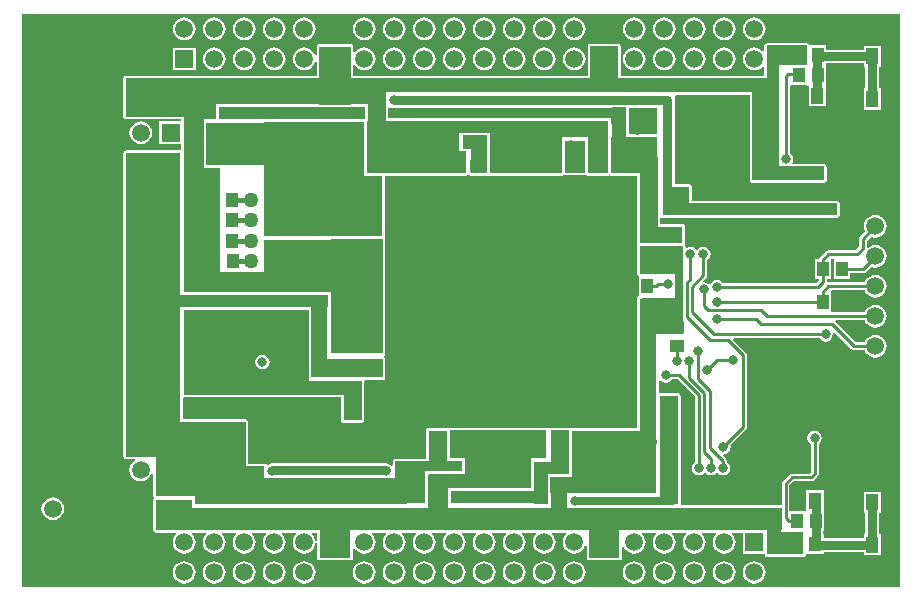
<source format=gbl>
G04*
G04 #@! TF.GenerationSoftware,Altium Limited,Altium Designer,20.0.13 (296)*
G04*
G04 Layer_Physical_Order=2*
G04 Layer_Color=16711680*
%FSLAX25Y25*%
%MOIN*%
G70*
G01*
G75*
%ADD13C,0.01000*%
%ADD17R,0.03937X0.05118*%
%ADD22R,0.04724X0.05512*%
%ADD23R,0.05512X0.04331*%
%ADD24R,0.04331X0.05512*%
%ADD25R,0.05118X0.03937*%
%ADD48C,0.02000*%
%ADD49C,0.02500*%
%ADD50C,0.03000*%
%ADD52C,0.04000*%
%ADD53C,0.01500*%
%ADD109C,0.05906*%
%ADD110R,0.05906X0.05906*%
%ADD111R,0.05906X0.05906*%
%ADD112C,0.03200*%
%ADD113C,0.05000*%
%ADD114R,0.04331X0.06693*%
%ADD115R,0.06693X0.04331*%
%ADD116R,0.04134X0.05512*%
%ADD117R,0.09400X0.15600*%
%ADD118R,0.10624X0.19400*%
%ADD119R,0.04900X0.15600*%
%ADD120R,0.12200X0.07700*%
%ADD121R,0.10300X0.16700*%
%ADD122R,0.12300X0.10400*%
%ADD123R,2.08600X0.07500*%
%ADD124R,0.05600X0.65100*%
%ADD125R,0.06700X0.15800*%
%ADD126R,0.34400X0.04700*%
%ADD127R,0.10200X0.14100*%
%ADD128R,0.70900X0.08600*%
%ADD129R,0.18100X0.03400*%
%ADD130R,0.06300X0.13800*%
%ADD131R,0.28100X0.21100*%
%ADD132R,0.16600X0.05700*%
%ADD133R,0.05700X0.15100*%
%ADD134R,0.32400X0.04300*%
%ADD135R,0.04600X0.13900*%
%ADD136R,0.06100X0.14600*%
%ADD137R,0.10700X0.04000*%
%ADD138R,0.22100X0.10000*%
%ADD139R,0.32400X0.09600*%
%ADD140R,0.83400X0.83400*%
%ADD141R,0.10900X0.58300*%
%ADD142R,0.29900X0.24900*%
%ADD143R,0.25600X0.07200*%
%ADD144R,0.18300X1.01200*%
%ADD145R,0.47300X0.13500*%
%ADD146R,0.08400X0.26100*%
%ADD147R,0.06000X0.11800*%
%ADD148R,0.30500X0.21900*%
%ADD149R,0.59200X0.04700*%
%ADD150R,0.41500X0.06300*%
%ADD151R,0.23900X0.06400*%
%ADD152R,0.67300X0.03900*%
%ADD153R,0.05600X0.27600*%
%ADD154R,0.17200X0.38300*%
%ADD155R,0.66200X0.06900*%
%ADD156R,0.11900X0.41600*%
%ADD157R,0.39100X0.17600*%
%ADD158R,0.06600X0.71400*%
%ADD159R,0.23100X0.12100*%
%ADD160R,0.86800X0.08900*%
%ADD161R,1.47800X0.04900*%
%ADD162R,0.06400X0.31700*%
%ADD163R,0.33100X0.07200*%
%ADD164R,0.48700X0.04000*%
%ADD165R,0.10800X0.13700*%
%ADD166R,0.52900X0.14300*%
%ADD167R,0.39500X0.20100*%
%ADD168R,0.33600X0.38100*%
%ADD169R,0.30800X0.17600*%
%ADD170R,0.24400X0.17600*%
%ADD171R,0.06700X0.17600*%
%ADD172R,0.39700X0.05700*%
%ADD173R,0.06900X0.10900*%
%ADD174R,0.05300X0.12600*%
%ADD175R,0.10800X0.23000*%
%ADD176R,0.80400X0.04100*%
%ADD177R,0.08100X0.04500*%
%ADD178R,0.05100X0.21900*%
%ADD179R,0.15600X0.12000*%
%ADD180R,0.06000X0.28800*%
%ADD181R,0.14300X0.05700*%
%ADD182R,0.13200X0.09200*%
%ADD183R,0.23000X0.12500*%
%ADD184R,0.09600X0.09100*%
%ADD185R,0.24500X0.28600*%
%ADD186R,0.08900X0.09600*%
%ADD187R,0.03100X0.38900*%
%ADD188R,0.79200X0.03500*%
%ADD189R,0.18800X0.34800*%
%ADD190R,0.68800X0.06100*%
%ADD191R,0.08900X0.34000*%
%ADD192R,0.24100X0.04500*%
%ADD193R,0.04000X0.44800*%
%ADD194R,0.13300X0.06500*%
%ADD195R,0.06100X0.36200*%
%ADD196R,0.02600X0.29400*%
%ADD197R,0.13700X0.11900*%
%ADD198R,0.58100X0.04000*%
G36*
X293987Y1476D02*
X1378D01*
Y192224D01*
X293987D01*
Y1476D01*
D02*
G37*
%LPC*%
G36*
X245512Y191220D02*
X244535Y191092D01*
X243626Y190715D01*
X242844Y190115D01*
X242245Y189334D01*
X241868Y188424D01*
X241739Y187448D01*
X241868Y186472D01*
X242245Y185562D01*
X242844Y184781D01*
X243626Y184181D01*
X244535Y183804D01*
X245512Y183676D01*
X246488Y183804D01*
X247398Y184181D01*
X248179Y184781D01*
X248779Y185562D01*
X249156Y186472D01*
X249284Y187448D01*
X249156Y188424D01*
X248779Y189334D01*
X248179Y190115D01*
X247398Y190715D01*
X246488Y191092D01*
X245512Y191220D01*
D02*
G37*
G36*
X235512D02*
X234535Y191092D01*
X233626Y190715D01*
X232844Y190115D01*
X232245Y189334D01*
X231868Y188424D01*
X231739Y187448D01*
X231868Y186472D01*
X232245Y185562D01*
X232844Y184781D01*
X233626Y184181D01*
X234535Y183804D01*
X235512Y183676D01*
X236488Y183804D01*
X237398Y184181D01*
X238179Y184781D01*
X238779Y185562D01*
X239156Y186472D01*
X239284Y187448D01*
X239156Y188424D01*
X238779Y189334D01*
X238179Y190115D01*
X237398Y190715D01*
X236488Y191092D01*
X235512Y191220D01*
D02*
G37*
G36*
X225512D02*
X224535Y191092D01*
X223626Y190715D01*
X222844Y190115D01*
X222245Y189334D01*
X221868Y188424D01*
X221739Y187448D01*
X221868Y186472D01*
X222245Y185562D01*
X222844Y184781D01*
X223626Y184181D01*
X224535Y183804D01*
X225512Y183676D01*
X226488Y183804D01*
X227398Y184181D01*
X228179Y184781D01*
X228779Y185562D01*
X229156Y186472D01*
X229284Y187448D01*
X229156Y188424D01*
X228779Y189334D01*
X228179Y190115D01*
X227398Y190715D01*
X226488Y191092D01*
X225512Y191220D01*
D02*
G37*
G36*
X215512D02*
X214535Y191092D01*
X213626Y190715D01*
X212844Y190115D01*
X212245Y189334D01*
X211868Y188424D01*
X211739Y187448D01*
X211868Y186472D01*
X212245Y185562D01*
X212844Y184781D01*
X213626Y184181D01*
X214535Y183804D01*
X215512Y183676D01*
X216488Y183804D01*
X217398Y184181D01*
X218179Y184781D01*
X218779Y185562D01*
X219156Y186472D01*
X219284Y187448D01*
X219156Y188424D01*
X218779Y189334D01*
X218179Y190115D01*
X217398Y190715D01*
X216488Y191092D01*
X215512Y191220D01*
D02*
G37*
G36*
X205512D02*
X204535Y191092D01*
X203626Y190715D01*
X202844Y190115D01*
X202245Y189334D01*
X201868Y188424D01*
X201739Y187448D01*
X201868Y186472D01*
X202245Y185562D01*
X202844Y184781D01*
X203626Y184181D01*
X204535Y183804D01*
X205512Y183676D01*
X206488Y183804D01*
X207398Y184181D01*
X208179Y184781D01*
X208779Y185562D01*
X209156Y186472D01*
X209284Y187448D01*
X209156Y188424D01*
X208779Y189334D01*
X208179Y190115D01*
X207398Y190715D01*
X206488Y191092D01*
X205512Y191220D01*
D02*
G37*
G36*
X185512D02*
X184535Y191092D01*
X183626Y190715D01*
X182844Y190115D01*
X182245Y189334D01*
X181868Y188424D01*
X181739Y187448D01*
X181868Y186472D01*
X182245Y185562D01*
X182844Y184781D01*
X183626Y184181D01*
X184535Y183804D01*
X185512Y183676D01*
X186488Y183804D01*
X187398Y184181D01*
X188179Y184781D01*
X188779Y185562D01*
X189156Y186472D01*
X189284Y187448D01*
X189156Y188424D01*
X188779Y189334D01*
X188179Y190115D01*
X187398Y190715D01*
X186488Y191092D01*
X185512Y191220D01*
D02*
G37*
G36*
X175512D02*
X174535Y191092D01*
X173626Y190715D01*
X172844Y190115D01*
X172245Y189334D01*
X171868Y188424D01*
X171739Y187448D01*
X171868Y186472D01*
X172245Y185562D01*
X172844Y184781D01*
X173626Y184181D01*
X174535Y183804D01*
X175512Y183676D01*
X176488Y183804D01*
X177398Y184181D01*
X178179Y184781D01*
X178779Y185562D01*
X179156Y186472D01*
X179284Y187448D01*
X179156Y188424D01*
X178779Y189334D01*
X178179Y190115D01*
X177398Y190715D01*
X176488Y191092D01*
X175512Y191220D01*
D02*
G37*
G36*
X165512D02*
X164535Y191092D01*
X163626Y190715D01*
X162844Y190115D01*
X162245Y189334D01*
X161868Y188424D01*
X161739Y187448D01*
X161868Y186472D01*
X162245Y185562D01*
X162844Y184781D01*
X163626Y184181D01*
X164535Y183804D01*
X165512Y183676D01*
X166488Y183804D01*
X167398Y184181D01*
X168179Y184781D01*
X168779Y185562D01*
X169156Y186472D01*
X169284Y187448D01*
X169156Y188424D01*
X168779Y189334D01*
X168179Y190115D01*
X167398Y190715D01*
X166488Y191092D01*
X165512Y191220D01*
D02*
G37*
G36*
X155512D02*
X154535Y191092D01*
X153626Y190715D01*
X152844Y190115D01*
X152245Y189334D01*
X151868Y188424D01*
X151739Y187448D01*
X151868Y186472D01*
X152245Y185562D01*
X152844Y184781D01*
X153626Y184181D01*
X154535Y183804D01*
X155512Y183676D01*
X156488Y183804D01*
X157398Y184181D01*
X158179Y184781D01*
X158779Y185562D01*
X159156Y186472D01*
X159284Y187448D01*
X159156Y188424D01*
X158779Y189334D01*
X158179Y190115D01*
X157398Y190715D01*
X156488Y191092D01*
X155512Y191220D01*
D02*
G37*
G36*
X145512D02*
X144535Y191092D01*
X143626Y190715D01*
X142844Y190115D01*
X142245Y189334D01*
X141868Y188424D01*
X141739Y187448D01*
X141868Y186472D01*
X142245Y185562D01*
X142844Y184781D01*
X143626Y184181D01*
X144535Y183804D01*
X145512Y183676D01*
X146488Y183804D01*
X147398Y184181D01*
X148179Y184781D01*
X148779Y185562D01*
X149156Y186472D01*
X149284Y187448D01*
X149156Y188424D01*
X148779Y189334D01*
X148179Y190115D01*
X147398Y190715D01*
X146488Y191092D01*
X145512Y191220D01*
D02*
G37*
G36*
X135512D02*
X134535Y191092D01*
X133626Y190715D01*
X132844Y190115D01*
X132245Y189334D01*
X131868Y188424D01*
X131739Y187448D01*
X131868Y186472D01*
X132245Y185562D01*
X132844Y184781D01*
X133626Y184181D01*
X134535Y183804D01*
X135512Y183676D01*
X136488Y183804D01*
X137398Y184181D01*
X138179Y184781D01*
X138779Y185562D01*
X139156Y186472D01*
X139284Y187448D01*
X139156Y188424D01*
X138779Y189334D01*
X138179Y190115D01*
X137398Y190715D01*
X136488Y191092D01*
X135512Y191220D01*
D02*
G37*
G36*
X125512D02*
X124535Y191092D01*
X123626Y190715D01*
X122844Y190115D01*
X122245Y189334D01*
X121868Y188424D01*
X121739Y187448D01*
X121868Y186472D01*
X122245Y185562D01*
X122844Y184781D01*
X123626Y184181D01*
X124535Y183804D01*
X125512Y183676D01*
X126488Y183804D01*
X127398Y184181D01*
X128179Y184781D01*
X128779Y185562D01*
X129156Y186472D01*
X129284Y187448D01*
X129156Y188424D01*
X128779Y189334D01*
X128179Y190115D01*
X127398Y190715D01*
X126488Y191092D01*
X125512Y191220D01*
D02*
G37*
G36*
X115512D02*
X114535Y191092D01*
X113626Y190715D01*
X112844Y190115D01*
X112245Y189334D01*
X111868Y188424D01*
X111739Y187448D01*
X111868Y186472D01*
X112245Y185562D01*
X112844Y184781D01*
X113626Y184181D01*
X114535Y183804D01*
X115512Y183676D01*
X116488Y183804D01*
X117398Y184181D01*
X118179Y184781D01*
X118779Y185562D01*
X119156Y186472D01*
X119284Y187448D01*
X119156Y188424D01*
X118779Y189334D01*
X118179Y190115D01*
X117398Y190715D01*
X116488Y191092D01*
X115512Y191220D01*
D02*
G37*
G36*
X95512D02*
X94535Y191092D01*
X93626Y190715D01*
X92844Y190115D01*
X92245Y189334D01*
X91868Y188424D01*
X91739Y187448D01*
X91868Y186472D01*
X92245Y185562D01*
X92844Y184781D01*
X93626Y184181D01*
X94535Y183804D01*
X95512Y183676D01*
X96488Y183804D01*
X97398Y184181D01*
X98179Y184781D01*
X98779Y185562D01*
X99156Y186472D01*
X99284Y187448D01*
X99156Y188424D01*
X98779Y189334D01*
X98179Y190115D01*
X97398Y190715D01*
X96488Y191092D01*
X95512Y191220D01*
D02*
G37*
G36*
X85512D02*
X84535Y191092D01*
X83626Y190715D01*
X82844Y190115D01*
X82245Y189334D01*
X81868Y188424D01*
X81739Y187448D01*
X81868Y186472D01*
X82245Y185562D01*
X82844Y184781D01*
X83626Y184181D01*
X84535Y183804D01*
X85512Y183676D01*
X86488Y183804D01*
X87398Y184181D01*
X88179Y184781D01*
X88779Y185562D01*
X89156Y186472D01*
X89284Y187448D01*
X89156Y188424D01*
X88779Y189334D01*
X88179Y190115D01*
X87398Y190715D01*
X86488Y191092D01*
X85512Y191220D01*
D02*
G37*
G36*
X75512D02*
X74535Y191092D01*
X73626Y190715D01*
X72844Y190115D01*
X72245Y189334D01*
X71868Y188424D01*
X71739Y187448D01*
X71868Y186472D01*
X72245Y185562D01*
X72844Y184781D01*
X73626Y184181D01*
X74535Y183804D01*
X75512Y183676D01*
X76488Y183804D01*
X77398Y184181D01*
X78179Y184781D01*
X78779Y185562D01*
X79156Y186472D01*
X79284Y187448D01*
X79156Y188424D01*
X78779Y189334D01*
X78179Y190115D01*
X77398Y190715D01*
X76488Y191092D01*
X75512Y191220D01*
D02*
G37*
G36*
X65512D02*
X64535Y191092D01*
X63626Y190715D01*
X62844Y190115D01*
X62245Y189334D01*
X61868Y188424D01*
X61739Y187448D01*
X61868Y186472D01*
X62245Y185562D01*
X62844Y184781D01*
X63626Y184181D01*
X64535Y183804D01*
X65512Y183676D01*
X66488Y183804D01*
X67398Y184181D01*
X68179Y184781D01*
X68779Y185562D01*
X69156Y186472D01*
X69284Y187448D01*
X69156Y188424D01*
X68779Y189334D01*
X68179Y190115D01*
X67398Y190715D01*
X66488Y191092D01*
X65512Y191220D01*
D02*
G37*
G36*
X55512D02*
X54535Y191092D01*
X53626Y190715D01*
X52844Y190115D01*
X52245Y189334D01*
X51868Y188424D01*
X51739Y187448D01*
X51868Y186472D01*
X52245Y185562D01*
X52844Y184781D01*
X53626Y184181D01*
X54535Y183804D01*
X55512Y183676D01*
X56488Y183804D01*
X57398Y184181D01*
X58179Y184781D01*
X58779Y185562D01*
X59156Y186472D01*
X59284Y187448D01*
X59156Y188424D01*
X58779Y189334D01*
X58179Y190115D01*
X57398Y190715D01*
X56488Y191092D01*
X55512Y191220D01*
D02*
G37*
G36*
X262900Y182593D02*
X249600D01*
X249293Y182532D01*
X249032Y182358D01*
X248858Y182098D01*
X248797Y181791D01*
Y180132D01*
X248297Y179962D01*
X248179Y180115D01*
X247398Y180715D01*
X246488Y181092D01*
X245512Y181220D01*
X244535Y181092D01*
X243626Y180715D01*
X242844Y180115D01*
X242245Y179334D01*
X241868Y178424D01*
X241739Y177448D01*
X241868Y176472D01*
X242245Y175562D01*
X242844Y174780D01*
X243626Y174181D01*
X244535Y173804D01*
X245512Y173676D01*
X246488Y173804D01*
X247398Y174181D01*
X248179Y174780D01*
X248297Y174934D01*
X248797Y174764D01*
Y171793D01*
X200903D01*
Y181691D01*
X200842Y181998D01*
X200668Y182258D01*
X200407Y182432D01*
X200100Y182493D01*
X190700D01*
X190393Y182432D01*
X190132Y182258D01*
X189958Y181998D01*
X189897Y181691D01*
Y171793D01*
X111826D01*
Y175327D01*
X111861Y175347D01*
X112326Y175455D01*
X112844Y174780D01*
X113626Y174181D01*
X114535Y173804D01*
X115512Y173676D01*
X116488Y173804D01*
X117398Y174181D01*
X118179Y174780D01*
X118779Y175562D01*
X119156Y176472D01*
X119284Y177448D01*
X119156Y178424D01*
X118779Y179334D01*
X118179Y180115D01*
X117398Y180715D01*
X116488Y181092D01*
X115512Y181220D01*
X114535Y181092D01*
X113626Y180715D01*
X112844Y180115D01*
X112326Y179441D01*
X111861Y179550D01*
X111826Y179569D01*
Y181491D01*
X111765Y181798D01*
X111591Y182058D01*
X111331Y182232D01*
X111024Y182293D01*
X100400D01*
X100093Y182232D01*
X99832Y182058D01*
X99658Y181798D01*
X99597Y181491D01*
Y178665D01*
X99097Y178566D01*
X98779Y179334D01*
X98179Y180115D01*
X97398Y180715D01*
X96488Y181092D01*
X95512Y181220D01*
X94535Y181092D01*
X93626Y180715D01*
X92844Y180115D01*
X92245Y179334D01*
X91868Y178424D01*
X91739Y177448D01*
X91868Y176472D01*
X92245Y175562D01*
X92844Y174780D01*
X93626Y174181D01*
X94535Y173804D01*
X95512Y173676D01*
X96488Y173804D01*
X97398Y174181D01*
X98179Y174780D01*
X98779Y175562D01*
X99097Y176330D01*
X99597Y176231D01*
Y171793D01*
X36000D01*
X35693Y171732D01*
X35432Y171558D01*
X35258Y171298D01*
X35197Y170991D01*
Y170191D01*
Y162091D01*
Y158091D01*
X35258Y157783D01*
X35432Y157523D01*
X35693Y157349D01*
X36000Y157288D01*
X54497D01*
Y156563D01*
X47213D01*
Y149083D01*
X54497D01*
Y147055D01*
X54300Y146893D01*
X36000D01*
X35693Y146832D01*
X35432Y146658D01*
X35258Y146398D01*
X35197Y146091D01*
Y98690D01*
Y94791D01*
Y52091D01*
Y44891D01*
X35258Y44583D01*
X35432Y44323D01*
X35693Y44149D01*
X36000Y44088D01*
X38943D01*
X39059Y43630D01*
X39054Y43588D01*
X38285Y42998D01*
X37686Y42217D01*
X37309Y41307D01*
X37180Y40330D01*
X37309Y39354D01*
X37686Y38444D01*
X38285Y37663D01*
X39066Y37064D01*
X39976Y36687D01*
X40953Y36558D01*
X41929Y36687D01*
X42839Y37064D01*
X43620Y37663D01*
X44220Y38444D01*
X44597Y39354D01*
X44689Y40058D01*
X44697Y40118D01*
X45196Y40085D01*
X45197Y40075D01*
Y31591D01*
X45258Y31283D01*
X45354Y31141D01*
X45258Y30998D01*
X45197Y30691D01*
Y27791D01*
Y20290D01*
X45258Y19983D01*
X45432Y19723D01*
X45693Y19549D01*
X46000Y19488D01*
X52799D01*
X52960Y19014D01*
X52805Y18895D01*
X52205Y18114D01*
X51829Y17204D01*
X51700Y16228D01*
X51829Y15251D01*
X52205Y14341D01*
X52805Y13560D01*
X53586Y12961D01*
X54496Y12584D01*
X55472Y12455D01*
X56449Y12584D01*
X57359Y12961D01*
X58140Y13560D01*
X58739Y14341D01*
X59116Y15251D01*
X59245Y16228D01*
X59116Y17204D01*
X58739Y18114D01*
X58140Y18895D01*
X57985Y19014D01*
X58145Y19488D01*
X62800D01*
X62960Y19014D01*
X62805Y18895D01*
X62205Y18114D01*
X61829Y17204D01*
X61700Y16228D01*
X61829Y15251D01*
X62205Y14341D01*
X62805Y13560D01*
X63586Y12961D01*
X64496Y12584D01*
X65472Y12455D01*
X66449Y12584D01*
X67359Y12961D01*
X68140Y13560D01*
X68739Y14341D01*
X69116Y15251D01*
X69245Y16228D01*
X69116Y17204D01*
X68739Y18114D01*
X68140Y18895D01*
X67985Y19014D01*
X68145Y19488D01*
X72799D01*
X72960Y19014D01*
X72805Y18895D01*
X72205Y18114D01*
X71829Y17204D01*
X71700Y16228D01*
X71829Y15251D01*
X72205Y14341D01*
X72805Y13560D01*
X73586Y12961D01*
X74496Y12584D01*
X75472Y12455D01*
X76449Y12584D01*
X77359Y12961D01*
X78140Y13560D01*
X78739Y14341D01*
X79116Y15251D01*
X79245Y16228D01*
X79116Y17204D01*
X78739Y18114D01*
X78140Y18895D01*
X77985Y19014D01*
X78145Y19488D01*
X82800D01*
X82960Y19014D01*
X82805Y18895D01*
X82205Y18114D01*
X81829Y17204D01*
X81700Y16228D01*
X81829Y15251D01*
X82205Y14341D01*
X82805Y13560D01*
X83586Y12961D01*
X84496Y12584D01*
X85472Y12455D01*
X86449Y12584D01*
X87359Y12961D01*
X88140Y13560D01*
X88739Y14341D01*
X89116Y15251D01*
X89245Y16228D01*
X89116Y17204D01*
X88739Y18114D01*
X88140Y18895D01*
X87985Y19014D01*
X88145Y19488D01*
X92800D01*
X92960Y19014D01*
X92805Y18895D01*
X92205Y18114D01*
X91829Y17204D01*
X91700Y16228D01*
X91829Y15251D01*
X92205Y14341D01*
X92805Y13560D01*
X93586Y12961D01*
X94496Y12584D01*
X95472Y12455D01*
X96449Y12584D01*
X97359Y12961D01*
X98140Y13560D01*
X98739Y14341D01*
X99116Y15251D01*
X99245Y16228D01*
X99116Y17204D01*
X98739Y18114D01*
X98140Y18895D01*
X97985Y19014D01*
X98145Y19488D01*
X99797D01*
Y11091D01*
X99858Y10783D01*
X100032Y10523D01*
X100293Y10349D01*
X100600Y10288D01*
X110900D01*
X111207Y10349D01*
X111468Y10523D01*
X111642Y10783D01*
X111703Y11091D01*
Y14248D01*
X112203Y14348D01*
X112205Y14341D01*
X112805Y13560D01*
X113586Y12961D01*
X114496Y12584D01*
X115472Y12455D01*
X116449Y12584D01*
X117359Y12961D01*
X118140Y13560D01*
X118739Y14341D01*
X119116Y15251D01*
X119245Y16228D01*
X119116Y17204D01*
X118739Y18114D01*
X118140Y18895D01*
X117985Y19014D01*
X118145Y19488D01*
X122800D01*
X122960Y19014D01*
X122805Y18895D01*
X122205Y18114D01*
X121829Y17204D01*
X121700Y16228D01*
X121829Y15251D01*
X122205Y14341D01*
X122805Y13560D01*
X123586Y12961D01*
X124496Y12584D01*
X125472Y12455D01*
X126449Y12584D01*
X127359Y12961D01*
X128140Y13560D01*
X128740Y14341D01*
X129116Y15251D01*
X129245Y16228D01*
X129116Y17204D01*
X128740Y18114D01*
X128140Y18895D01*
X127985Y19014D01*
X128145Y19488D01*
X132799D01*
X132960Y19014D01*
X132805Y18895D01*
X132205Y18114D01*
X131829Y17204D01*
X131700Y16228D01*
X131829Y15251D01*
X132205Y14341D01*
X132805Y13560D01*
X133586Y12961D01*
X134496Y12584D01*
X135472Y12455D01*
X136449Y12584D01*
X137359Y12961D01*
X138140Y13560D01*
X138740Y14341D01*
X139116Y15251D01*
X139245Y16228D01*
X139116Y17204D01*
X138740Y18114D01*
X138140Y18895D01*
X137985Y19014D01*
X138145Y19488D01*
X142799D01*
X142960Y19014D01*
X142805Y18895D01*
X142205Y18114D01*
X141829Y17204D01*
X141700Y16228D01*
X141829Y15251D01*
X142205Y14341D01*
X142805Y13560D01*
X143586Y12961D01*
X144496Y12584D01*
X145472Y12455D01*
X146449Y12584D01*
X147359Y12961D01*
X148140Y13560D01*
X148740Y14341D01*
X149116Y15251D01*
X149245Y16228D01*
X149116Y17204D01*
X148740Y18114D01*
X148140Y18895D01*
X147985Y19014D01*
X148145Y19488D01*
X152799D01*
X152960Y19014D01*
X152805Y18895D01*
X152205Y18114D01*
X151829Y17204D01*
X151700Y16228D01*
X151829Y15251D01*
X152205Y14341D01*
X152805Y13560D01*
X153586Y12961D01*
X154496Y12584D01*
X155472Y12455D01*
X156449Y12584D01*
X157359Y12961D01*
X158140Y13560D01*
X158739Y14341D01*
X159116Y15251D01*
X159245Y16228D01*
X159116Y17204D01*
X158739Y18114D01*
X158140Y18895D01*
X157985Y19014D01*
X158145Y19488D01*
X162800D01*
X162960Y19014D01*
X162805Y18895D01*
X162205Y18114D01*
X161829Y17204D01*
X161700Y16228D01*
X161829Y15251D01*
X162205Y14341D01*
X162805Y13560D01*
X163586Y12961D01*
X164496Y12584D01*
X165472Y12455D01*
X166449Y12584D01*
X167359Y12961D01*
X168140Y13560D01*
X168739Y14341D01*
X169116Y15251D01*
X169245Y16228D01*
X169116Y17204D01*
X168739Y18114D01*
X168140Y18895D01*
X167985Y19014D01*
X168145Y19488D01*
X172800D01*
X172960Y19014D01*
X172805Y18895D01*
X172205Y18114D01*
X171829Y17204D01*
X171700Y16228D01*
X171829Y15251D01*
X172205Y14341D01*
X172805Y13560D01*
X173586Y12961D01*
X174496Y12584D01*
X175472Y12455D01*
X176449Y12584D01*
X177359Y12961D01*
X178140Y13560D01*
X178740Y14341D01*
X179116Y15251D01*
X179245Y16228D01*
X179116Y17204D01*
X178740Y18114D01*
X178140Y18895D01*
X177985Y19014D01*
X178145Y19488D01*
X182799D01*
X182960Y19014D01*
X182805Y18895D01*
X182205Y18114D01*
X181829Y17204D01*
X181700Y16228D01*
X181829Y15251D01*
X182205Y14341D01*
X182805Y13560D01*
X183586Y12961D01*
X184496Y12584D01*
X185472Y12455D01*
X186449Y12584D01*
X187359Y12961D01*
X188140Y13560D01*
X188740Y14341D01*
X189116Y15251D01*
X189597Y15160D01*
Y11091D01*
X189658Y10783D01*
X189832Y10523D01*
X190093Y10349D01*
X190400Y10288D01*
X200700D01*
X201007Y10349D01*
X201268Y10523D01*
X201442Y10783D01*
X201503Y11091D01*
Y14731D01*
X202003Y14830D01*
X202205Y14341D01*
X202805Y13560D01*
X203586Y12961D01*
X204496Y12584D01*
X205472Y12455D01*
X206449Y12584D01*
X207359Y12961D01*
X208140Y13560D01*
X208739Y14341D01*
X209116Y15251D01*
X209245Y16228D01*
X209116Y17204D01*
X208739Y18114D01*
X208140Y18895D01*
X207985Y19014D01*
X208145Y19488D01*
X212800D01*
X212960Y19014D01*
X212805Y18895D01*
X212205Y18114D01*
X211829Y17204D01*
X211700Y16228D01*
X211829Y15251D01*
X212205Y14341D01*
X212805Y13560D01*
X213586Y12961D01*
X214496Y12584D01*
X215472Y12455D01*
X216449Y12584D01*
X217359Y12961D01*
X218140Y13560D01*
X218739Y14341D01*
X219116Y15251D01*
X219245Y16228D01*
X219116Y17204D01*
X218739Y18114D01*
X218140Y18895D01*
X217985Y19014D01*
X218145Y19488D01*
X222799D01*
X222960Y19014D01*
X222805Y18895D01*
X222205Y18114D01*
X221829Y17204D01*
X221700Y16228D01*
X221829Y15251D01*
X222205Y14341D01*
X222805Y13560D01*
X223586Y12961D01*
X224496Y12584D01*
X225472Y12455D01*
X226449Y12584D01*
X227359Y12961D01*
X228140Y13560D01*
X228739Y14341D01*
X229116Y15251D01*
X229245Y16228D01*
X229116Y17204D01*
X228739Y18114D01*
X228140Y18895D01*
X227985Y19014D01*
X228145Y19488D01*
X232800D01*
X232960Y19014D01*
X232805Y18895D01*
X232205Y18114D01*
X231829Y17204D01*
X231700Y16228D01*
X231829Y15251D01*
X232205Y14341D01*
X232805Y13560D01*
X233586Y12961D01*
X234496Y12584D01*
X235472Y12455D01*
X236449Y12584D01*
X237359Y12961D01*
X238140Y13560D01*
X238739Y14341D01*
X239116Y15251D01*
X239245Y16228D01*
X239116Y17204D01*
X238739Y18114D01*
X238140Y18895D01*
X237985Y19014D01*
X238145Y19488D01*
X241732D01*
Y12487D01*
X248897D01*
Y12191D01*
X248958Y11883D01*
X249132Y11623D01*
X249393Y11449D01*
X249700Y11388D01*
X261900D01*
X262207Y11449D01*
X262468Y11623D01*
X262642Y11883D01*
X262702Y12184D01*
X262799Y12248D01*
X263123Y12444D01*
X263203Y12444D01*
X268605D01*
Y13143D01*
X282028D01*
Y11931D01*
X287736D01*
Y19018D01*
X287214D01*
Y26105D01*
X287736D01*
Y33191D01*
X282028D01*
Y26105D01*
X282550D01*
Y19018D01*
X282028D01*
Y17807D01*
X268605D01*
Y19137D01*
X268285D01*
Y19944D01*
X268706D01*
Y26637D01*
X268605D01*
Y33634D01*
X262700D01*
Y27047D01*
X262700Y27015D01*
X262406Y26637D01*
X262137Y26637D01*
X257213D01*
Y35247D01*
X258544Y36578D01*
X264400D01*
X264902Y36678D01*
X265328Y36962D01*
X266528Y38162D01*
X266813Y38588D01*
X266913Y39091D01*
Y48996D01*
X267321Y49269D01*
X267849Y50059D01*
X268034Y50991D01*
X267849Y51922D01*
X267321Y52712D01*
X266531Y53239D01*
X265600Y53425D01*
X264668Y53239D01*
X263879Y52712D01*
X263351Y51922D01*
X263166Y50991D01*
X263351Y50059D01*
X263879Y49269D01*
X264287Y48996D01*
Y39634D01*
X263856Y39203D01*
X258000D01*
X257498Y39103D01*
X257072Y38819D01*
X254972Y36719D01*
X254687Y36293D01*
X254587Y35791D01*
Y28593D01*
X221334D01*
X220903Y28991D01*
Y65191D01*
X220842Y65498D01*
X220668Y65758D01*
X220407Y65932D01*
X220100Y65993D01*
X214000D01*
X213703Y66237D01*
Y70131D01*
X214203Y70283D01*
X214279Y70169D01*
X215069Y69642D01*
X216000Y69456D01*
X216932Y69642D01*
X217721Y70169D01*
X217994Y70578D01*
X219956D01*
X225687Y64847D01*
Y42985D01*
X225279Y42712D01*
X224751Y41922D01*
X224566Y40991D01*
X224751Y40059D01*
X225279Y39269D01*
X226068Y38742D01*
X227000Y38556D01*
X227931Y38742D01*
X228691Y39249D01*
X228835Y39312D01*
X229165D01*
X229309Y39249D01*
X230068Y38742D01*
X231000Y38556D01*
X231931Y38742D01*
X232691Y39249D01*
X232835Y39312D01*
X233165D01*
X233309Y39249D01*
X234068Y38742D01*
X235000Y38556D01*
X235931Y38742D01*
X236721Y39269D01*
X237249Y40059D01*
X237434Y40991D01*
X237249Y41922D01*
X236721Y42712D01*
X236313Y42985D01*
Y43391D01*
X236213Y43893D01*
X235928Y44319D01*
X235027Y45220D01*
X235281Y45673D01*
X236132Y45842D01*
X236921Y46369D01*
X237449Y47159D01*
X237634Y48090D01*
X237538Y48572D01*
X242759Y53793D01*
X243043Y54219D01*
X243143Y54721D01*
Y78560D01*
X243043Y79062D01*
X242759Y79488D01*
X238431Y83816D01*
X238622Y84278D01*
X267306D01*
X267579Y83869D01*
X268369Y83342D01*
X269300Y83156D01*
X270232Y83342D01*
X271021Y83869D01*
X271549Y84659D01*
X271734Y85590D01*
X271609Y86218D01*
X272070Y86464D01*
X277872Y80662D01*
X278298Y80378D01*
X278800Y80278D01*
X282295D01*
X282533Y79704D01*
X283133Y78923D01*
X283914Y78324D01*
X284824Y77947D01*
X285800Y77818D01*
X286776Y77947D01*
X287686Y78324D01*
X288468Y78923D01*
X289067Y79704D01*
X289444Y80614D01*
X289572Y81590D01*
X289444Y82567D01*
X289067Y83477D01*
X288468Y84258D01*
X287686Y84858D01*
X286776Y85234D01*
X285800Y85363D01*
X284824Y85234D01*
X283914Y84858D01*
X283133Y84258D01*
X282533Y83477D01*
X282295Y82903D01*
X279344D01*
X272469Y89778D01*
X272489Y89950D01*
X272641Y90278D01*
X282295D01*
X282533Y89704D01*
X283133Y88923D01*
X283914Y88323D01*
X284824Y87947D01*
X285800Y87818D01*
X286776Y87947D01*
X287686Y88323D01*
X288468Y88923D01*
X289067Y89704D01*
X289444Y90614D01*
X289572Y91590D01*
X289444Y92567D01*
X289067Y93477D01*
X288468Y94258D01*
X287686Y94858D01*
X286776Y95234D01*
X285800Y95363D01*
X284824Y95234D01*
X283914Y94858D01*
X283133Y94258D01*
X282533Y93477D01*
X282295Y92903D01*
X271507D01*
X271106Y93144D01*
Y99837D01*
X271106D01*
X271249Y100278D01*
X282295D01*
X282533Y99704D01*
X283133Y98923D01*
X283914Y98324D01*
X284824Y97947D01*
X285800Y97818D01*
X286776Y97947D01*
X287686Y98324D01*
X288468Y98923D01*
X289067Y99704D01*
X289444Y100614D01*
X289572Y101591D01*
X289444Y102567D01*
X289067Y103477D01*
X288468Y104258D01*
X287686Y104858D01*
X286776Y105234D01*
X285800Y105363D01*
X284824Y105234D01*
X283914Y104858D01*
X283133Y104258D01*
X282533Y103477D01*
X282295Y102903D01*
X270200D01*
X270144Y102892D01*
X270142Y102892D01*
X269663Y103306D01*
Y103944D01*
X271106D01*
Y110637D01*
X271465Y110978D01*
X271535D01*
X271894Y110637D01*
Y103944D01*
X277406D01*
Y105978D01*
X281800D01*
X282302Y106078D01*
X282728Y106362D01*
X284462Y108096D01*
X284824Y107947D01*
X285800Y107818D01*
X286776Y107947D01*
X287686Y108324D01*
X288468Y108923D01*
X289067Y109704D01*
X289444Y110614D01*
X289572Y111591D01*
X289444Y112567D01*
X289067Y113477D01*
X288468Y114258D01*
X287686Y114858D01*
X286776Y115234D01*
X285800Y115363D01*
X284824Y115234D01*
X283914Y114858D01*
X283413Y114473D01*
X282913Y114720D01*
Y116847D01*
X284250Y118184D01*
X284824Y117947D01*
X285800Y117818D01*
X286776Y117947D01*
X287686Y118324D01*
X288468Y118923D01*
X289067Y119704D01*
X289444Y120614D01*
X289572Y121591D01*
X289444Y122567D01*
X289067Y123477D01*
X288468Y124258D01*
X287686Y124858D01*
X286776Y125234D01*
X285800Y125363D01*
X284824Y125234D01*
X283914Y124858D01*
X283133Y124258D01*
X282533Y123477D01*
X282156Y122567D01*
X282028Y121591D01*
X282156Y120614D01*
X282394Y120041D01*
X280672Y118319D01*
X280387Y117893D01*
X280287Y117391D01*
Y114734D01*
X279156Y113603D01*
X270200D01*
X269698Y113503D01*
X269272Y113219D01*
X267422Y111369D01*
X267138Y110943D01*
X267077Y110637D01*
X265595D01*
Y103944D01*
X266940D01*
X266997Y103444D01*
X266156Y102603D01*
X235094D01*
X234821Y103012D01*
X234032Y103539D01*
X233100Y103725D01*
X232169Y103539D01*
X231379Y103012D01*
X230917Y102320D01*
X230380Y102223D01*
X230321Y102312D01*
X229532Y102839D01*
X228765Y102992D01*
X228552Y103486D01*
X229428Y104362D01*
X229713Y104788D01*
X229813Y105291D01*
Y110396D01*
X230221Y110669D01*
X230749Y111459D01*
X230934Y112391D01*
X230749Y113322D01*
X230221Y114112D01*
X229432Y114639D01*
X228500Y114825D01*
X227569Y114639D01*
X226779Y114112D01*
X226600Y113844D01*
X226100D01*
X225921Y114112D01*
X225132Y114639D01*
X224200Y114825D01*
X223269Y114639D01*
X222903Y114395D01*
X222403Y114662D01*
Y114991D01*
X222342Y115298D01*
X222213Y115491D01*
X222342Y115683D01*
X222403Y115991D01*
Y121691D01*
X222342Y121998D01*
X222168Y122258D01*
X221907Y122432D01*
X221600Y122493D01*
X214103D01*
Y124384D01*
X214603Y124609D01*
X214693Y124549D01*
X215000Y124488D01*
X273100D01*
X273407Y124549D01*
X273668Y124723D01*
X273842Y124983D01*
X273903Y125291D01*
Y129291D01*
X273842Y129598D01*
X273668Y129858D01*
X273407Y130032D01*
X273100Y130093D01*
X224703D01*
Y134891D01*
X224642Y135198D01*
X224468Y135458D01*
X224207Y135632D01*
X223900Y135693D01*
X218903D01*
Y164891D01*
X219334Y165288D01*
X243897D01*
Y141491D01*
Y136991D01*
X243958Y136683D01*
X244132Y136423D01*
X244393Y136249D01*
X244700Y136188D01*
X268800D01*
X269107Y136249D01*
X269368Y136423D01*
X269542Y136683D01*
X269603Y136991D01*
Y141491D01*
X269542Y141798D01*
X269368Y142058D01*
X269107Y142232D01*
X268800Y142293D01*
X258268D01*
X258032Y142734D01*
X258249Y143059D01*
X258434Y143991D01*
X258249Y144922D01*
X257721Y145712D01*
X257313Y145985D01*
Y168212D01*
X257645Y168574D01*
X262711D01*
X263100Y168574D01*
X263156Y168574D01*
X263520Y168463D01*
X263600Y168233D01*
X263600Y161547D01*
X269506D01*
Y168634D01*
X269456D01*
Y175267D01*
X269506Y175344D01*
X269506D01*
Y175874D01*
X282028D01*
Y174663D01*
X282550D01*
Y167576D01*
X282028D01*
Y160490D01*
X287736D01*
Y167576D01*
X287214D01*
Y174663D01*
X287736D01*
Y181750D01*
X282028D01*
Y180538D01*
X269506D01*
Y182037D01*
X264125D01*
X263935Y182061D01*
X263566Y182211D01*
X263468Y182358D01*
X263207Y182532D01*
X262900Y182593D01*
D02*
G37*
G36*
X59252Y181188D02*
X51772D01*
Y173708D01*
X59252D01*
Y181188D01*
D02*
G37*
G36*
X235512Y181220D02*
X234535Y181092D01*
X233626Y180715D01*
X232844Y180115D01*
X232245Y179334D01*
X231868Y178424D01*
X231739Y177448D01*
X231868Y176472D01*
X232245Y175562D01*
X232844Y174780D01*
X233626Y174181D01*
X234535Y173804D01*
X235512Y173676D01*
X236488Y173804D01*
X237398Y174181D01*
X238179Y174780D01*
X238779Y175562D01*
X239156Y176472D01*
X239284Y177448D01*
X239156Y178424D01*
X238779Y179334D01*
X238179Y180115D01*
X237398Y180715D01*
X236488Y181092D01*
X235512Y181220D01*
D02*
G37*
G36*
X225512D02*
X224535Y181092D01*
X223626Y180715D01*
X222844Y180115D01*
X222245Y179334D01*
X221868Y178424D01*
X221739Y177448D01*
X221868Y176472D01*
X222245Y175562D01*
X222844Y174780D01*
X223626Y174181D01*
X224535Y173804D01*
X225512Y173676D01*
X226488Y173804D01*
X227398Y174181D01*
X228179Y174780D01*
X228779Y175562D01*
X229156Y176472D01*
X229284Y177448D01*
X229156Y178424D01*
X228779Y179334D01*
X228179Y180115D01*
X227398Y180715D01*
X226488Y181092D01*
X225512Y181220D01*
D02*
G37*
G36*
X215512D02*
X214535Y181092D01*
X213626Y180715D01*
X212844Y180115D01*
X212245Y179334D01*
X211868Y178424D01*
X211739Y177448D01*
X211868Y176472D01*
X212245Y175562D01*
X212844Y174780D01*
X213626Y174181D01*
X214535Y173804D01*
X215512Y173676D01*
X216488Y173804D01*
X217398Y174181D01*
X218179Y174780D01*
X218779Y175562D01*
X219156Y176472D01*
X219284Y177448D01*
X219156Y178424D01*
X218779Y179334D01*
X218179Y180115D01*
X217398Y180715D01*
X216488Y181092D01*
X215512Y181220D01*
D02*
G37*
G36*
X205512D02*
X204535Y181092D01*
X203626Y180715D01*
X202844Y180115D01*
X202245Y179334D01*
X201868Y178424D01*
X201739Y177448D01*
X201868Y176472D01*
X202245Y175562D01*
X202844Y174780D01*
X203626Y174181D01*
X204535Y173804D01*
X205512Y173676D01*
X206488Y173804D01*
X207398Y174181D01*
X208179Y174780D01*
X208779Y175562D01*
X209156Y176472D01*
X209284Y177448D01*
X209156Y178424D01*
X208779Y179334D01*
X208179Y180115D01*
X207398Y180715D01*
X206488Y181092D01*
X205512Y181220D01*
D02*
G37*
G36*
X185512D02*
X184535Y181092D01*
X183626Y180715D01*
X182844Y180115D01*
X182245Y179334D01*
X181868Y178424D01*
X181739Y177448D01*
X181868Y176472D01*
X182245Y175562D01*
X182844Y174780D01*
X183626Y174181D01*
X184535Y173804D01*
X185512Y173676D01*
X186488Y173804D01*
X187398Y174181D01*
X188179Y174780D01*
X188779Y175562D01*
X189156Y176472D01*
X189284Y177448D01*
X189156Y178424D01*
X188779Y179334D01*
X188179Y180115D01*
X187398Y180715D01*
X186488Y181092D01*
X185512Y181220D01*
D02*
G37*
G36*
X175512D02*
X174535Y181092D01*
X173626Y180715D01*
X172844Y180115D01*
X172245Y179334D01*
X171868Y178424D01*
X171739Y177448D01*
X171868Y176472D01*
X172245Y175562D01*
X172844Y174780D01*
X173626Y174181D01*
X174535Y173804D01*
X175512Y173676D01*
X176488Y173804D01*
X177398Y174181D01*
X178179Y174780D01*
X178779Y175562D01*
X179156Y176472D01*
X179284Y177448D01*
X179156Y178424D01*
X178779Y179334D01*
X178179Y180115D01*
X177398Y180715D01*
X176488Y181092D01*
X175512Y181220D01*
D02*
G37*
G36*
X165512D02*
X164535Y181092D01*
X163626Y180715D01*
X162844Y180115D01*
X162245Y179334D01*
X161868Y178424D01*
X161739Y177448D01*
X161868Y176472D01*
X162245Y175562D01*
X162844Y174780D01*
X163626Y174181D01*
X164535Y173804D01*
X165512Y173676D01*
X166488Y173804D01*
X167398Y174181D01*
X168179Y174780D01*
X168779Y175562D01*
X169156Y176472D01*
X169284Y177448D01*
X169156Y178424D01*
X168779Y179334D01*
X168179Y180115D01*
X167398Y180715D01*
X166488Y181092D01*
X165512Y181220D01*
D02*
G37*
G36*
X155512D02*
X154535Y181092D01*
X153626Y180715D01*
X152844Y180115D01*
X152245Y179334D01*
X151868Y178424D01*
X151739Y177448D01*
X151868Y176472D01*
X152245Y175562D01*
X152844Y174780D01*
X153626Y174181D01*
X154535Y173804D01*
X155512Y173676D01*
X156488Y173804D01*
X157398Y174181D01*
X158179Y174780D01*
X158779Y175562D01*
X159156Y176472D01*
X159284Y177448D01*
X159156Y178424D01*
X158779Y179334D01*
X158179Y180115D01*
X157398Y180715D01*
X156488Y181092D01*
X155512Y181220D01*
D02*
G37*
G36*
X145512D02*
X144535Y181092D01*
X143626Y180715D01*
X142844Y180115D01*
X142245Y179334D01*
X141868Y178424D01*
X141739Y177448D01*
X141868Y176472D01*
X142245Y175562D01*
X142844Y174780D01*
X143626Y174181D01*
X144535Y173804D01*
X145512Y173676D01*
X146488Y173804D01*
X147398Y174181D01*
X148179Y174780D01*
X148779Y175562D01*
X149156Y176472D01*
X149284Y177448D01*
X149156Y178424D01*
X148779Y179334D01*
X148179Y180115D01*
X147398Y180715D01*
X146488Y181092D01*
X145512Y181220D01*
D02*
G37*
G36*
X135512D02*
X134535Y181092D01*
X133626Y180715D01*
X132844Y180115D01*
X132245Y179334D01*
X131868Y178424D01*
X131739Y177448D01*
X131868Y176472D01*
X132245Y175562D01*
X132844Y174780D01*
X133626Y174181D01*
X134535Y173804D01*
X135512Y173676D01*
X136488Y173804D01*
X137398Y174181D01*
X138179Y174780D01*
X138779Y175562D01*
X139156Y176472D01*
X139284Y177448D01*
X139156Y178424D01*
X138779Y179334D01*
X138179Y180115D01*
X137398Y180715D01*
X136488Y181092D01*
X135512Y181220D01*
D02*
G37*
G36*
X125512D02*
X124535Y181092D01*
X123626Y180715D01*
X122844Y180115D01*
X122245Y179334D01*
X121868Y178424D01*
X121739Y177448D01*
X121868Y176472D01*
X122245Y175562D01*
X122844Y174780D01*
X123626Y174181D01*
X124535Y173804D01*
X125512Y173676D01*
X126488Y173804D01*
X127398Y174181D01*
X128179Y174780D01*
X128779Y175562D01*
X129156Y176472D01*
X129284Y177448D01*
X129156Y178424D01*
X128779Y179334D01*
X128179Y180115D01*
X127398Y180715D01*
X126488Y181092D01*
X125512Y181220D01*
D02*
G37*
G36*
X85512D02*
X84535Y181092D01*
X83626Y180715D01*
X82844Y180115D01*
X82245Y179334D01*
X81868Y178424D01*
X81739Y177448D01*
X81868Y176472D01*
X82245Y175562D01*
X82844Y174780D01*
X83626Y174181D01*
X84535Y173804D01*
X85512Y173676D01*
X86488Y173804D01*
X87398Y174181D01*
X88179Y174780D01*
X88779Y175562D01*
X89156Y176472D01*
X89284Y177448D01*
X89156Y178424D01*
X88779Y179334D01*
X88179Y180115D01*
X87398Y180715D01*
X86488Y181092D01*
X85512Y181220D01*
D02*
G37*
G36*
X75512D02*
X74535Y181092D01*
X73626Y180715D01*
X72844Y180115D01*
X72245Y179334D01*
X71868Y178424D01*
X71739Y177448D01*
X71868Y176472D01*
X72245Y175562D01*
X72844Y174780D01*
X73626Y174181D01*
X74535Y173804D01*
X75512Y173676D01*
X76488Y173804D01*
X77398Y174181D01*
X78179Y174780D01*
X78779Y175562D01*
X79156Y176472D01*
X79284Y177448D01*
X79156Y178424D01*
X78779Y179334D01*
X78179Y180115D01*
X77398Y180715D01*
X76488Y181092D01*
X75512Y181220D01*
D02*
G37*
G36*
X65512D02*
X64535Y181092D01*
X63626Y180715D01*
X62844Y180115D01*
X62245Y179334D01*
X61868Y178424D01*
X61739Y177448D01*
X61868Y176472D01*
X62245Y175562D01*
X62844Y174780D01*
X63626Y174181D01*
X64535Y173804D01*
X65512Y173676D01*
X66488Y173804D01*
X67398Y174181D01*
X68179Y174780D01*
X68779Y175562D01*
X69156Y176472D01*
X69284Y177448D01*
X69156Y178424D01*
X68779Y179334D01*
X68179Y180115D01*
X67398Y180715D01*
X66488Y181092D01*
X65512Y181220D01*
D02*
G37*
G36*
X40953Y156595D02*
X39976Y156467D01*
X39067Y156090D01*
X38285Y155490D01*
X37686Y154709D01*
X37309Y153799D01*
X37180Y152823D01*
X37309Y151847D01*
X37686Y150937D01*
X38285Y150155D01*
X39067Y149556D01*
X39976Y149179D01*
X40953Y149050D01*
X41929Y149179D01*
X42839Y149556D01*
X43620Y150155D01*
X44220Y150937D01*
X44597Y151847D01*
X44725Y152823D01*
X44597Y153799D01*
X44220Y154709D01*
X43620Y155490D01*
X42839Y156090D01*
X41929Y156467D01*
X40953Y156595D01*
D02*
G37*
G36*
X11600Y31263D02*
X10624Y31134D01*
X9714Y30758D01*
X8933Y30158D01*
X8333Y29377D01*
X7956Y28467D01*
X7828Y27491D01*
X7956Y26514D01*
X8333Y25604D01*
X8933Y24823D01*
X9714Y24224D01*
X10624Y23847D01*
X11600Y23718D01*
X12576Y23847D01*
X13486Y24224D01*
X14267Y24823D01*
X14867Y25604D01*
X15244Y26514D01*
X15372Y27491D01*
X15244Y28467D01*
X14867Y29377D01*
X14267Y30158D01*
X13486Y30758D01*
X12576Y31134D01*
X11600Y31263D01*
D02*
G37*
G36*
X245472Y10000D02*
X244496Y9871D01*
X243586Y9495D01*
X242805Y8895D01*
X242205Y8114D01*
X241829Y7204D01*
X241700Y6228D01*
X241829Y5251D01*
X242205Y4341D01*
X242805Y3560D01*
X243586Y2960D01*
X244496Y2584D01*
X245472Y2455D01*
X246449Y2584D01*
X247359Y2960D01*
X248140Y3560D01*
X248739Y4341D01*
X249116Y5251D01*
X249245Y6228D01*
X249116Y7204D01*
X248739Y8114D01*
X248140Y8895D01*
X247359Y9495D01*
X246449Y9871D01*
X245472Y10000D01*
D02*
G37*
G36*
X235472D02*
X234496Y9871D01*
X233586Y9495D01*
X232805Y8895D01*
X232205Y8114D01*
X231829Y7204D01*
X231700Y6228D01*
X231829Y5251D01*
X232205Y4341D01*
X232805Y3560D01*
X233586Y2960D01*
X234496Y2584D01*
X235472Y2455D01*
X236449Y2584D01*
X237359Y2960D01*
X238140Y3560D01*
X238739Y4341D01*
X239116Y5251D01*
X239245Y6228D01*
X239116Y7204D01*
X238739Y8114D01*
X238140Y8895D01*
X237359Y9495D01*
X236449Y9871D01*
X235472Y10000D01*
D02*
G37*
G36*
X225472D02*
X224496Y9871D01*
X223586Y9495D01*
X222805Y8895D01*
X222205Y8114D01*
X221829Y7204D01*
X221700Y6228D01*
X221829Y5251D01*
X222205Y4341D01*
X222805Y3560D01*
X223586Y2960D01*
X224496Y2584D01*
X225472Y2455D01*
X226449Y2584D01*
X227359Y2960D01*
X228140Y3560D01*
X228739Y4341D01*
X229116Y5251D01*
X229245Y6228D01*
X229116Y7204D01*
X228739Y8114D01*
X228140Y8895D01*
X227359Y9495D01*
X226449Y9871D01*
X225472Y10000D01*
D02*
G37*
G36*
X215472D02*
X214496Y9871D01*
X213586Y9495D01*
X212805Y8895D01*
X212205Y8114D01*
X211829Y7204D01*
X211700Y6228D01*
X211829Y5251D01*
X212205Y4341D01*
X212805Y3560D01*
X213586Y2960D01*
X214496Y2584D01*
X215472Y2455D01*
X216449Y2584D01*
X217359Y2960D01*
X218140Y3560D01*
X218739Y4341D01*
X219116Y5251D01*
X219245Y6228D01*
X219116Y7204D01*
X218739Y8114D01*
X218140Y8895D01*
X217359Y9495D01*
X216449Y9871D01*
X215472Y10000D01*
D02*
G37*
G36*
X205472D02*
X204496Y9871D01*
X203586Y9495D01*
X202805Y8895D01*
X202205Y8114D01*
X201829Y7204D01*
X201700Y6228D01*
X201829Y5251D01*
X202205Y4341D01*
X202805Y3560D01*
X203586Y2960D01*
X204496Y2584D01*
X205472Y2455D01*
X206449Y2584D01*
X207359Y2960D01*
X208140Y3560D01*
X208739Y4341D01*
X209116Y5251D01*
X209245Y6228D01*
X209116Y7204D01*
X208739Y8114D01*
X208140Y8895D01*
X207359Y9495D01*
X206449Y9871D01*
X205472Y10000D01*
D02*
G37*
G36*
X185472D02*
X184496Y9871D01*
X183586Y9495D01*
X182805Y8895D01*
X182205Y8114D01*
X181829Y7204D01*
X181700Y6228D01*
X181829Y5251D01*
X182205Y4341D01*
X182805Y3560D01*
X183586Y2960D01*
X184496Y2584D01*
X185472Y2455D01*
X186449Y2584D01*
X187359Y2960D01*
X188140Y3560D01*
X188740Y4341D01*
X189116Y5251D01*
X189245Y6228D01*
X189116Y7204D01*
X188740Y8114D01*
X188140Y8895D01*
X187359Y9495D01*
X186449Y9871D01*
X185472Y10000D01*
D02*
G37*
G36*
X175472D02*
X174496Y9871D01*
X173586Y9495D01*
X172805Y8895D01*
X172205Y8114D01*
X171829Y7204D01*
X171700Y6228D01*
X171829Y5251D01*
X172205Y4341D01*
X172805Y3560D01*
X173586Y2960D01*
X174496Y2584D01*
X175472Y2455D01*
X176449Y2584D01*
X177359Y2960D01*
X178140Y3560D01*
X178740Y4341D01*
X179116Y5251D01*
X179245Y6228D01*
X179116Y7204D01*
X178740Y8114D01*
X178140Y8895D01*
X177359Y9495D01*
X176449Y9871D01*
X175472Y10000D01*
D02*
G37*
G36*
X165472D02*
X164496Y9871D01*
X163586Y9495D01*
X162805Y8895D01*
X162205Y8114D01*
X161829Y7204D01*
X161700Y6228D01*
X161829Y5251D01*
X162205Y4341D01*
X162805Y3560D01*
X163586Y2960D01*
X164496Y2584D01*
X165472Y2455D01*
X166449Y2584D01*
X167359Y2960D01*
X168140Y3560D01*
X168739Y4341D01*
X169116Y5251D01*
X169245Y6228D01*
X169116Y7204D01*
X168739Y8114D01*
X168140Y8895D01*
X167359Y9495D01*
X166449Y9871D01*
X165472Y10000D01*
D02*
G37*
G36*
X155472D02*
X154496Y9871D01*
X153586Y9495D01*
X152805Y8895D01*
X152205Y8114D01*
X151829Y7204D01*
X151700Y6228D01*
X151829Y5251D01*
X152205Y4341D01*
X152805Y3560D01*
X153586Y2960D01*
X154496Y2584D01*
X155472Y2455D01*
X156449Y2584D01*
X157359Y2960D01*
X158140Y3560D01*
X158739Y4341D01*
X159116Y5251D01*
X159245Y6228D01*
X159116Y7204D01*
X158739Y8114D01*
X158140Y8895D01*
X157359Y9495D01*
X156449Y9871D01*
X155472Y10000D01*
D02*
G37*
G36*
X145472D02*
X144496Y9871D01*
X143586Y9495D01*
X142805Y8895D01*
X142205Y8114D01*
X141829Y7204D01*
X141700Y6228D01*
X141829Y5251D01*
X142205Y4341D01*
X142805Y3560D01*
X143586Y2960D01*
X144496Y2584D01*
X145472Y2455D01*
X146449Y2584D01*
X147359Y2960D01*
X148140Y3560D01*
X148740Y4341D01*
X149116Y5251D01*
X149245Y6228D01*
X149116Y7204D01*
X148740Y8114D01*
X148140Y8895D01*
X147359Y9495D01*
X146449Y9871D01*
X145472Y10000D01*
D02*
G37*
G36*
X135472D02*
X134496Y9871D01*
X133586Y9495D01*
X132805Y8895D01*
X132205Y8114D01*
X131829Y7204D01*
X131700Y6228D01*
X131829Y5251D01*
X132205Y4341D01*
X132805Y3560D01*
X133586Y2960D01*
X134496Y2584D01*
X135472Y2455D01*
X136449Y2584D01*
X137359Y2960D01*
X138140Y3560D01*
X138740Y4341D01*
X139116Y5251D01*
X139245Y6228D01*
X139116Y7204D01*
X138740Y8114D01*
X138140Y8895D01*
X137359Y9495D01*
X136449Y9871D01*
X135472Y10000D01*
D02*
G37*
G36*
X125472D02*
X124496Y9871D01*
X123586Y9495D01*
X122805Y8895D01*
X122205Y8114D01*
X121829Y7204D01*
X121700Y6228D01*
X121829Y5251D01*
X122205Y4341D01*
X122805Y3560D01*
X123586Y2960D01*
X124496Y2584D01*
X125472Y2455D01*
X126449Y2584D01*
X127359Y2960D01*
X128140Y3560D01*
X128740Y4341D01*
X129116Y5251D01*
X129245Y6228D01*
X129116Y7204D01*
X128740Y8114D01*
X128140Y8895D01*
X127359Y9495D01*
X126449Y9871D01*
X125472Y10000D01*
D02*
G37*
G36*
X115472D02*
X114496Y9871D01*
X113586Y9495D01*
X112805Y8895D01*
X112205Y8114D01*
X111829Y7204D01*
X111700Y6228D01*
X111829Y5251D01*
X112205Y4341D01*
X112805Y3560D01*
X113586Y2960D01*
X114496Y2584D01*
X115472Y2455D01*
X116449Y2584D01*
X117359Y2960D01*
X118140Y3560D01*
X118739Y4341D01*
X119116Y5251D01*
X119245Y6228D01*
X119116Y7204D01*
X118739Y8114D01*
X118140Y8895D01*
X117359Y9495D01*
X116449Y9871D01*
X115472Y10000D01*
D02*
G37*
G36*
X95472D02*
X94496Y9871D01*
X93586Y9495D01*
X92805Y8895D01*
X92205Y8114D01*
X91829Y7204D01*
X91700Y6228D01*
X91829Y5251D01*
X92205Y4341D01*
X92805Y3560D01*
X93586Y2960D01*
X94496Y2584D01*
X95472Y2455D01*
X96449Y2584D01*
X97359Y2960D01*
X98140Y3560D01*
X98739Y4341D01*
X99116Y5251D01*
X99245Y6228D01*
X99116Y7204D01*
X98739Y8114D01*
X98140Y8895D01*
X97359Y9495D01*
X96449Y9871D01*
X95472Y10000D01*
D02*
G37*
G36*
X85472D02*
X84496Y9871D01*
X83586Y9495D01*
X82805Y8895D01*
X82205Y8114D01*
X81829Y7204D01*
X81700Y6228D01*
X81829Y5251D01*
X82205Y4341D01*
X82805Y3560D01*
X83586Y2960D01*
X84496Y2584D01*
X85472Y2455D01*
X86449Y2584D01*
X87359Y2960D01*
X88140Y3560D01*
X88739Y4341D01*
X89116Y5251D01*
X89245Y6228D01*
X89116Y7204D01*
X88739Y8114D01*
X88140Y8895D01*
X87359Y9495D01*
X86449Y9871D01*
X85472Y10000D01*
D02*
G37*
G36*
X75472D02*
X74496Y9871D01*
X73586Y9495D01*
X72805Y8895D01*
X72205Y8114D01*
X71829Y7204D01*
X71700Y6228D01*
X71829Y5251D01*
X72205Y4341D01*
X72805Y3560D01*
X73586Y2960D01*
X74496Y2584D01*
X75472Y2455D01*
X76449Y2584D01*
X77359Y2960D01*
X78140Y3560D01*
X78739Y4341D01*
X79116Y5251D01*
X79245Y6228D01*
X79116Y7204D01*
X78739Y8114D01*
X78140Y8895D01*
X77359Y9495D01*
X76449Y9871D01*
X75472Y10000D01*
D02*
G37*
G36*
X65472D02*
X64496Y9871D01*
X63586Y9495D01*
X62805Y8895D01*
X62205Y8114D01*
X61829Y7204D01*
X61700Y6228D01*
X61829Y5251D01*
X62205Y4341D01*
X62805Y3560D01*
X63586Y2960D01*
X64496Y2584D01*
X65472Y2455D01*
X66449Y2584D01*
X67359Y2960D01*
X68140Y3560D01*
X68739Y4341D01*
X69116Y5251D01*
X69245Y6228D01*
X69116Y7204D01*
X68739Y8114D01*
X68140Y8895D01*
X67359Y9495D01*
X66449Y9871D01*
X65472Y10000D01*
D02*
G37*
G36*
X55472D02*
X54496Y9871D01*
X53586Y9495D01*
X52805Y8895D01*
X52205Y8114D01*
X51829Y7204D01*
X51700Y6228D01*
X51829Y5251D01*
X52205Y4341D01*
X52805Y3560D01*
X53586Y2960D01*
X54496Y2584D01*
X55472Y2455D01*
X56449Y2584D01*
X57359Y2960D01*
X58140Y3560D01*
X58739Y4341D01*
X59116Y5251D01*
X59245Y6228D01*
X59116Y7204D01*
X58739Y8114D01*
X58140Y8895D01*
X57359Y9495D01*
X56449Y9871D01*
X55472Y10000D01*
D02*
G37*
%LPD*%
G36*
X189793Y138549D02*
X190100Y138488D01*
X196800D01*
X197107Y138549D01*
X197250Y138644D01*
X197393Y138549D01*
X197700Y138488D01*
X206497D01*
Y121691D01*
Y116023D01*
X206497Y115991D01*
X206500Y115534D01*
X206500Y115534D01*
Y115005D01*
X206497Y114991D01*
Y105791D01*
X206558Y105483D01*
X206732Y105223D01*
X206894Y105115D01*
Y98444D01*
X206732Y98258D01*
X206582Y98034D01*
X206500D01*
Y97705D01*
X206497Y97690D01*
Y54493D01*
X184800D01*
X184743Y54482D01*
X184243Y54491D01*
X183800Y54493D01*
X183757Y54493D01*
X177700D01*
X177686Y54491D01*
X177157D01*
X177157Y54491D01*
X176657Y54399D01*
X176607Y54432D01*
X176300Y54493D01*
X143900D01*
X143886Y54491D01*
X143114D01*
X143100Y54493D01*
X136800D01*
X136786Y54491D01*
X136457D01*
Y54408D01*
X136232Y54258D01*
X136058Y53998D01*
X135997Y53690D01*
Y44093D01*
X125700D01*
X125393Y44032D01*
X125132Y43858D01*
X124958Y43598D01*
X124897Y43291D01*
Y41950D01*
X124397Y41798D01*
X124321Y41912D01*
X123531Y42439D01*
X122600Y42625D01*
X122590Y42623D01*
X84610D01*
X84600Y42625D01*
X83669Y42439D01*
X83277Y42178D01*
X83277Y42178D01*
X82668Y42258D01*
X82407Y42432D01*
X82100Y42493D01*
X76703D01*
Y56490D01*
X76642Y56798D01*
X76468Y57058D01*
X76207Y57232D01*
X75900Y57293D01*
X55103D01*
Y64344D01*
X55400Y64588D01*
X107797D01*
Y56890D01*
X107858Y56583D01*
X108032Y56323D01*
X108293Y56149D01*
X108600Y56088D01*
X114600D01*
X114907Y56149D01*
X115168Y56323D01*
X115342Y56583D01*
X115403Y56890D01*
Y68691D01*
Y70091D01*
X115565Y70288D01*
X121600D01*
X121907Y70349D01*
X121998Y70410D01*
X122300D01*
Y70721D01*
X122342Y70783D01*
X122403Y71091D01*
Y77491D01*
X122342Y77798D01*
X122168Y78058D01*
Y78523D01*
X122342Y78783D01*
X122403Y79090D01*
Y117295D01*
X122403Y117391D01*
X122360Y117777D01*
X122360Y117777D01*
Y124864D01*
X122303D01*
Y138291D01*
X122465Y138488D01*
X149500D01*
X149807Y138549D01*
X150019Y138691D01*
X150481D01*
X150693Y138549D01*
X151000Y138488D01*
X156300D01*
X156607Y138549D01*
X156700Y138611D01*
X156793Y138549D01*
X157100Y138488D01*
X181500D01*
X181807Y138549D01*
X181975Y138661D01*
X181993Y138649D01*
X182300Y138588D01*
X189200D01*
X189507Y138649D01*
X189570Y138691D01*
X189581D01*
X189793Y138549D01*
D02*
G37*
G36*
X96897Y77491D02*
Y71091D01*
X96900Y71076D01*
Y65390D01*
X55400D01*
Y93791D01*
X96897D01*
Y77491D01*
D02*
G37*
%LPC*%
G36*
X81500Y78825D02*
X80568Y78639D01*
X79779Y78112D01*
X79251Y77322D01*
X79066Y76390D01*
X79251Y75459D01*
X79779Y74669D01*
X80568Y74142D01*
X81500Y73956D01*
X82432Y74142D01*
X83221Y74669D01*
X83749Y75459D01*
X83934Y76390D01*
X83749Y77322D01*
X83221Y78112D01*
X82432Y78639D01*
X81500Y78825D01*
D02*
G37*
%LPD*%
D13*
X268350Y102941D02*
Y110441D01*
X233071Y77067D02*
X238287D01*
X229626Y73622D02*
X233071Y77067D01*
X226739Y70707D02*
Y79888D01*
Y70707D02*
X230575Y66871D01*
X226739Y79888D02*
X226772Y79921D01*
X235200Y48090D02*
X241831Y54721D01*
X236800Y83591D02*
X241831Y78560D01*
Y54721D02*
Y78560D01*
X279700Y112291D02*
X281600Y114191D01*
X270200Y112291D02*
X279700D01*
X268350Y110441D02*
X270200Y112291D01*
X266700Y101291D02*
X268350Y102941D01*
X281600Y117391D02*
X285800Y121591D01*
X281600Y114191D02*
Y117391D01*
X274650Y107291D02*
X281800D01*
X286100Y111591D01*
X255900Y24291D02*
X256900Y23291D01*
X259650D01*
X112070Y90461D02*
X112070Y90461D01*
X114231Y114321D02*
X119375D01*
X114200Y114291D02*
X114231Y114321D01*
X115330Y121321D02*
X119407D01*
X114300Y120291D02*
X115330Y121321D01*
X178200Y141943D02*
Y148591D01*
X184300D02*
X186300Y146590D01*
Y141643D02*
Y146590D01*
X194900Y142443D02*
Y148591D01*
X190900Y51538D02*
X190900Y51538D01*
X191900Y51538D02*
X191900Y51538D01*
X216600Y94490D02*
X216700D01*
X219800Y76691D02*
Y81741D01*
X219800Y81741D01*
X233100Y95390D02*
X234100Y96390D01*
X222900Y91491D02*
X230800Y83591D01*
X224700Y92891D02*
Y101490D01*
Y92891D02*
X232000Y85590D01*
X228600Y95191D02*
Y100591D01*
X285800Y111591D02*
X286100D01*
X180700Y51538D02*
X180700Y51538D01*
X256687Y172278D02*
X260400D01*
X146400Y141643D02*
Y144991D01*
X160500Y141643D02*
Y147291D01*
X223800Y71118D02*
Y76691D01*
X235000Y40991D02*
Y43391D01*
X230575Y47816D02*
X235000Y43391D01*
X209453Y94491D02*
X209550Y94393D01*
X209650Y101790D02*
X212700D01*
X213400Y102491D01*
X216600D01*
X209853Y112391D02*
X216600D01*
X230800Y83591D02*
X236800D01*
X228600Y95191D02*
X230213Y93578D01*
X247840D01*
X234100Y96390D02*
X268250D01*
X270200Y101591D02*
X285800D01*
X268250Y99641D02*
X270200Y101591D01*
X268250Y96390D02*
Y99641D01*
X247840Y93578D02*
X249828Y91590D01*
X285800D01*
X233100Y90690D02*
X246000D01*
X247800Y88890D01*
X271500D01*
X278800Y81590D01*
X285800D01*
X117865Y73953D02*
X119327Y72491D01*
X255900Y24291D02*
Y35791D01*
X258000Y37891D01*
X264400D01*
X265600Y39091D01*
Y50991D01*
X232000Y85590D02*
X269300D01*
X223800Y71118D02*
X228787Y66131D01*
X230575Y47816D02*
Y66871D01*
X227000Y40991D02*
Y65390D01*
X216000Y71890D02*
X220500D01*
X227000Y65390D01*
X256000Y171591D02*
X256687Y172278D01*
X256000Y143991D02*
Y171591D01*
X233100Y101291D02*
X266700D01*
X222900Y91491D02*
Y102791D01*
X224700Y101490D02*
X228500Y105291D01*
Y112391D01*
X222900Y102791D02*
X224200Y104091D01*
Y112391D01*
X228787Y46409D02*
Y66131D01*
Y46409D02*
X231000Y44197D01*
Y40991D02*
Y44197D01*
D17*
X266700Y171921D02*
D03*
X260400D02*
D03*
X265950Y23291D02*
D03*
X259650D02*
D03*
X268350Y96491D02*
D03*
X274650D02*
D03*
X274650Y107291D02*
D03*
X268350D02*
D03*
X259550Y15790D02*
D03*
X265850D02*
D03*
X266750Y178691D02*
D03*
X260450D02*
D03*
X71350Y130491D02*
D03*
X65050D02*
D03*
X71350Y123591D02*
D03*
X65050D02*
D03*
X71550Y116791D02*
D03*
X65250D02*
D03*
X71650Y110090D02*
D03*
X65350D02*
D03*
X203350Y101790D02*
D03*
X209650D02*
D03*
D22*
X206350Y158291D02*
D03*
X200050D02*
D03*
D23*
X140000Y51538D02*
D03*
Y57443D02*
D03*
X146700Y51538D02*
D03*
Y57443D02*
D03*
X156600Y51538D02*
D03*
Y57443D02*
D03*
X172300Y51538D02*
D03*
Y57443D02*
D03*
X180700Y51538D02*
D03*
Y57443D02*
D03*
X191900Y51538D02*
D03*
Y57443D02*
D03*
X146400Y141643D02*
D03*
Y135738D02*
D03*
X153450Y141643D02*
D03*
Y135738D02*
D03*
X160500Y141643D02*
D03*
Y135738D02*
D03*
X178500Y141643D02*
D03*
Y135738D02*
D03*
X186300Y141643D02*
D03*
Y135738D02*
D03*
X194100Y141643D02*
D03*
Y135738D02*
D03*
D24*
X265653Y30090D02*
D03*
X259747D02*
D03*
X266553Y165091D02*
D03*
X260647D02*
D03*
X209453Y94491D02*
D03*
X203547D02*
D03*
X209453Y111990D02*
D03*
X203547D02*
D03*
X209453Y118691D02*
D03*
X203547D02*
D03*
X119407Y121321D02*
D03*
X125313D02*
D03*
X119375Y114321D02*
D03*
X125280D02*
D03*
X119317Y90461D02*
D03*
X125223D02*
D03*
X119347Y73953D02*
D03*
X125253D02*
D03*
D25*
X219800Y88040D02*
D03*
Y81741D02*
D03*
D48*
X216600Y109691D02*
Y112391D01*
Y109691D02*
X220400Y105891D01*
D49*
X185700Y30191D02*
X218200D01*
Y62990D01*
D50*
X180700Y40991D02*
Y51538D01*
X266553Y178591D02*
X266750D01*
Y178206D02*
Y178591D01*
X284882Y164033D02*
Y178206D01*
X266750D02*
X284882D01*
X266553Y164990D02*
Y178591D01*
X284882Y15475D02*
Y29648D01*
X266868Y15475D02*
X284882D01*
X265953Y16390D02*
Y29794D01*
X146700Y46291D02*
Y51538D01*
X146700Y51538D01*
X156600Y46291D02*
Y51538D01*
X156600Y51538D01*
X172300Y46291D02*
Y51538D01*
X172300Y51538D01*
X156600Y41691D02*
Y46291D01*
X152613Y37703D02*
X156600Y41691D01*
X138400Y141643D02*
X146400D01*
X51236Y87691D02*
Y143591D01*
X152613Y37703D02*
X167213D01*
X146700Y46291D02*
X149200D01*
X152613Y42878D01*
X200050Y144440D02*
X202213Y142278D01*
X206100Y158041D02*
X206350Y158291D01*
X101600Y143591D02*
X105500Y147491D01*
X46000Y143591D02*
X51236D01*
X84600Y40291D02*
X122600D01*
X51500Y91378D02*
Y96390D01*
X52600Y97491D01*
X64400Y143591D02*
X101600D01*
X160500Y147291D02*
Y147547D01*
X125800Y159491D02*
X150200D01*
X184300D01*
X200050D01*
X206350Y153691D02*
Y158291D01*
X125300Y163591D02*
X216500D01*
Y132891D02*
Y163591D01*
Y132891D02*
X221700D01*
Y127591D02*
Y132891D01*
D52*
X191900Y43091D02*
Y44091D01*
X112070Y90461D02*
X119317D01*
X114200Y105650D02*
Y114291D01*
X65050Y130491D02*
X65487Y130928D01*
X191900Y51538D02*
Y51538D01*
Y44091D02*
Y51538D01*
Y44091D02*
X205200D01*
X210900Y49791D01*
X102800Y25190D02*
X105500Y22490D01*
X59900Y130491D02*
X65050D01*
D53*
X71550Y116790D02*
X77800D01*
X71550Y116791D02*
X71550Y116790D01*
X71350Y123591D02*
X77800D01*
X71350Y123591D02*
X71350Y123591D01*
Y130491D02*
X77800D01*
X71350Y130491D02*
X71350Y130491D01*
X71650Y110091D02*
X77800D01*
X71650Y110090D02*
X71650Y110091D01*
D109*
X245512Y187448D02*
D03*
Y177448D02*
D03*
X235512Y187448D02*
D03*
Y177448D02*
D03*
X225512Y187448D02*
D03*
Y177448D02*
D03*
X215512Y187448D02*
D03*
Y177448D02*
D03*
X205512Y187448D02*
D03*
Y177448D02*
D03*
X195512Y187448D02*
D03*
Y177448D02*
D03*
X185512Y187448D02*
D03*
Y177448D02*
D03*
X175512Y187448D02*
D03*
Y177448D02*
D03*
X165512Y187448D02*
D03*
Y177448D02*
D03*
X155512Y187448D02*
D03*
Y177448D02*
D03*
X145512Y187448D02*
D03*
Y177448D02*
D03*
X135512Y187448D02*
D03*
Y177448D02*
D03*
X125512Y187448D02*
D03*
Y177448D02*
D03*
X115512Y187448D02*
D03*
Y177448D02*
D03*
X105512Y187448D02*
D03*
Y177448D02*
D03*
X95512Y187448D02*
D03*
Y177448D02*
D03*
X85512Y187448D02*
D03*
Y177448D02*
D03*
X75512Y187448D02*
D03*
Y177448D02*
D03*
X65512Y187448D02*
D03*
Y177448D02*
D03*
X55512Y187448D02*
D03*
X40953Y152823D02*
D03*
X285800Y121591D02*
D03*
Y111591D02*
D03*
Y101591D02*
D03*
Y91590D02*
D03*
Y81590D02*
D03*
X40953Y40330D02*
D03*
X11600Y27491D02*
D03*
X55472Y6228D02*
D03*
Y16228D02*
D03*
X65472Y6228D02*
D03*
Y16228D02*
D03*
X75472Y6228D02*
D03*
Y16228D02*
D03*
X85472Y6228D02*
D03*
Y16228D02*
D03*
X95472Y6228D02*
D03*
Y16228D02*
D03*
X105472Y6228D02*
D03*
Y16228D02*
D03*
X115472Y6228D02*
D03*
Y16228D02*
D03*
X125472Y6228D02*
D03*
Y16228D02*
D03*
X135472Y6228D02*
D03*
Y16228D02*
D03*
X145472Y6228D02*
D03*
Y16228D02*
D03*
X155472Y6228D02*
D03*
Y16228D02*
D03*
X165472Y6228D02*
D03*
Y16228D02*
D03*
X175472Y6228D02*
D03*
Y16228D02*
D03*
X185472Y6228D02*
D03*
Y16228D02*
D03*
X195472Y6228D02*
D03*
Y16228D02*
D03*
X205472Y6228D02*
D03*
Y16228D02*
D03*
X215472Y6228D02*
D03*
Y16228D02*
D03*
X225472Y6228D02*
D03*
Y16228D02*
D03*
X235472Y6228D02*
D03*
Y16228D02*
D03*
X245472Y6228D02*
D03*
D110*
X55512Y177448D02*
D03*
X50953Y152823D02*
D03*
X50953Y40330D02*
D03*
X21600Y27491D02*
D03*
X245472Y16228D02*
D03*
D111*
X285800Y71591D02*
D03*
D112*
X159695Y101083D02*
D03*
X164370D02*
D03*
X169045D02*
D03*
Y96653D02*
D03*
X164370D02*
D03*
X159695D02*
D03*
Y92224D02*
D03*
X164370D02*
D03*
X169045D02*
D03*
X238287Y77067D02*
D03*
X229626Y73622D02*
D03*
X226772Y79921D02*
D03*
X252323Y57815D02*
D03*
X81500Y76390D02*
D03*
X130449Y62142D02*
D03*
X130358Y87732D02*
D03*
X130368Y113323D02*
D03*
X130362Y119228D02*
D03*
X147668Y130623D02*
D03*
X159479Y130612D02*
D03*
X177195Y130595D02*
D03*
X190975Y130616D02*
D03*
X198449Y131039D02*
D03*
X198432Y113323D02*
D03*
X198390Y103480D02*
D03*
X198384Y97575D02*
D03*
X198457Y68047D02*
D03*
X190975Y62565D02*
D03*
X173258Y62549D02*
D03*
X157510Y62601D02*
D03*
X147668Y62558D02*
D03*
X279740Y5431D02*
D03*
X281740Y187231D02*
D03*
X85100Y48791D02*
D03*
Y52390D02*
D03*
X49800Y27591D02*
D03*
Y24390D02*
D03*
X53400D02*
D03*
Y27591D02*
D03*
X146300Y31291D02*
D03*
X180700Y40991D02*
D03*
X114200Y114291D02*
D03*
X114300Y120291D02*
D03*
X228600Y100591D02*
D03*
X216600Y94490D02*
D03*
X112070Y90461D02*
D03*
X146700Y46291D02*
D03*
X156600D02*
D03*
X172300D02*
D03*
X216600Y112391D02*
D03*
Y102491D02*
D03*
X219800Y76691D02*
D03*
X223800D02*
D03*
X231000Y40991D02*
D03*
X235000D02*
D03*
X227000D02*
D03*
X216000Y71890D02*
D03*
X235200Y48090D02*
D03*
X52900Y164891D02*
D03*
X111800Y59290D02*
D03*
X184300Y148591D02*
D03*
X178200D02*
D03*
X160500Y147291D02*
D03*
X51236Y143591D02*
D03*
X218400Y118691D02*
D03*
X146300Y41591D02*
D03*
X125300Y163591D02*
D03*
X184300Y159491D02*
D03*
X194900Y148591D02*
D03*
X185700Y30191D02*
D03*
X191900Y44091D02*
D03*
X239600Y113291D02*
D03*
X267100Y139191D02*
D03*
X263200D02*
D03*
X259200D02*
D03*
X256600Y113291D02*
D03*
X233100Y90690D02*
D03*
Y96491D02*
D03*
Y101291D02*
D03*
X70000Y159278D02*
D03*
X46000Y143591D02*
D03*
X88400Y102391D02*
D03*
Y52390D02*
D03*
Y48791D02*
D03*
X122600Y40191D02*
D03*
X111800Y73090D02*
D03*
X52900Y168091D02*
D03*
X49300Y164891D02*
D03*
Y168091D02*
D03*
X64400Y143591D02*
D03*
X113700Y152791D02*
D03*
Y159278D02*
D03*
X150200Y150091D02*
D03*
X125300Y159491D02*
D03*
X146000Y154891D02*
D03*
X150200Y159491D02*
D03*
X84600Y40191D02*
D03*
X111100Y44891D02*
D03*
X206300Y153691D02*
D03*
X265600Y50991D02*
D03*
X269300Y85590D02*
D03*
X221100Y148591D02*
D03*
X256000Y143991D02*
D03*
X221700Y132891D02*
D03*
X223753Y50838D02*
D03*
X218200Y62990D02*
D03*
X271200Y127291D02*
D03*
X228500Y112391D02*
D03*
X224200D02*
D03*
X59600Y91190D02*
D03*
X63350D02*
D03*
X67100D02*
D03*
X88400Y68490D02*
D03*
X88700Y84190D02*
D03*
D113*
X77800Y110091D02*
D03*
Y116790D02*
D03*
Y123591D02*
D03*
Y130491D02*
D03*
D114*
X41115Y166491D02*
D03*
X30485D02*
D03*
D115*
X130000Y38376D02*
D03*
Y49005D02*
D03*
D116*
X284882Y29648D02*
D03*
X290591D02*
D03*
X284882Y15475D02*
D03*
X290591D02*
D03*
Y164033D02*
D03*
X284882D02*
D03*
X290591Y178206D02*
D03*
X284882D02*
D03*
D117*
X195400Y173891D02*
D03*
D118*
X105712Y171791D02*
D03*
D119*
X252150Y19990D02*
D03*
D120*
X255800Y16040D02*
D03*
D121*
X195550Y19441D02*
D03*
X105750D02*
D03*
D122*
X52150Y25490D02*
D03*
D123*
X150300Y24040D02*
D03*
D124*
X210100Y65140D02*
D03*
D125*
X140050Y31191D02*
D03*
D126*
X153900Y36741D02*
D03*
D127*
X130800Y36241D02*
D03*
D128*
X94550Y33491D02*
D03*
D129*
X139050Y41591D02*
D03*
D130*
X139950Y46791D02*
D03*
D131*
X198850Y43141D02*
D03*
D132*
X185800Y35441D02*
D03*
D133*
X180350Y30741D02*
D03*
D134*
X160400Y31341D02*
D03*
D135*
X174300Y36141D02*
D03*
D136*
X180750Y46391D02*
D03*
D137*
X177350Y41091D02*
D03*
D138*
X160050Y39391D02*
D03*
D139*
X160100Y48891D02*
D03*
D140*
X164400Y96591D02*
D03*
D141*
X48850Y116941D02*
D03*
D142*
X60950Y44041D02*
D03*
D143*
X48800Y48491D02*
D03*
D144*
X45150Y95490D02*
D03*
D145*
X100750Y49341D02*
D03*
D146*
X120200Y55641D02*
D03*
D147*
X111600Y62791D02*
D03*
D148*
X92350Y53540D02*
D03*
D149*
X85000Y67740D02*
D03*
D150*
X76150Y90640D02*
D03*
D151*
X109650Y74291D02*
D03*
D152*
X69650Y96741D02*
D03*
D153*
X100500Y84891D02*
D03*
D154*
X113000Y98241D02*
D03*
D155*
X88500Y103041D02*
D03*
D156*
X61350Y120391D02*
D03*
D157*
X101550Y108391D02*
D03*
D158*
X58600Y135291D02*
D03*
D159*
X47550Y164141D02*
D03*
D160*
X79400Y166541D02*
D03*
D161*
X179700Y168541D02*
D03*
D162*
X119600Y155141D02*
D03*
D163*
X132950Y142891D02*
D03*
D164*
X91250Y159291D02*
D03*
D165*
X60700Y164141D02*
D03*
D166*
X89150Y149141D02*
D03*
D167*
X101750Y128241D02*
D03*
D168*
X98800Y137241D02*
D03*
D169*
X131800Y148091D02*
D03*
D170*
X169300D02*
D03*
D171*
X193450D02*
D03*
D172*
X176950Y154041D02*
D03*
D173*
X185750Y144841D02*
D03*
D174*
X153650Y145591D02*
D03*
D175*
X129800Y55590D02*
D03*
D176*
X156600Y154841D02*
D03*
D177*
X152250Y149741D02*
D03*
D178*
X200250Y150241D02*
D03*
D179*
X205500Y145291D02*
D03*
D180*
X210300Y130391D02*
D03*
D181*
X214450Y118841D02*
D03*
D182*
X213900Y110391D02*
D03*
D183*
X70600Y35441D02*
D03*
D184*
X208500Y156641D02*
D03*
D185*
X231250Y150591D02*
D03*
D186*
X219450Y130091D02*
D03*
D187*
X216550Y145441D02*
D03*
D188*
X163200Y159441D02*
D03*
D189*
X234100Y147491D02*
D03*
D190*
X259100Y133141D02*
D03*
D191*
X249150Y153991D02*
D03*
D192*
X256750Y139241D02*
D03*
D193*
X251600Y159391D02*
D03*
D194*
X256250Y178541D02*
D03*
D195*
X217050Y47091D02*
D03*
D196*
X220300Y100291D02*
D03*
D197*
X214750Y91540D02*
D03*
D198*
X244050Y127291D02*
D03*
M02*

</source>
